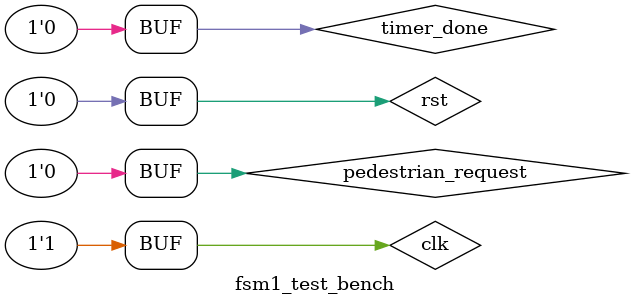
<source format=v>
module fsm1_test_bench();

reg clk, rst, timer_done, pedestrian_request;
wire main_green, side_green, warning;

fsm1 test_fsm(clk, rst, timer_done, pedestrian_request, main_green, side_green, warning);

initial begin
  timer_done = 0;
  pedestrian_request = 0;
end

initial begin
  #10 rst=1;
  #10 rst=0;
  #10
    clk=0;
    timer_done = 1;
    pedestrian_request = 1;
  #10  clk=1;
  #10
    clk=0;
    timer_done = 1;
    pedestrian_request = 0;
  #10  clk=1;
  #10
    clk=0;
    timer_done = 0;
    pedestrian_request = 1;
  #10  clk=1;
  #10
    clk=0;
    timer_done = 1;
    pedestrian_request = 0;
  #10  clk=1;
  #10
    clk=0;
    timer_done = 1;
    pedestrian_request = 0;
  #10  clk=1;
  
  #10 rst=1;
  #10 rst=0;
  #10
    clk=0;
    timer_done = 1;
    pedestrian_request = 1;
  #10  clk=1;
  #10
    clk=0;
    timer_done = 1;
    pedestrian_request = 0;
  #10  clk=1;
  #10
    clk=0;
    timer_done = 0;
    pedestrian_request = 1;
  #10  clk=1;
  #10
    clk=0;
    timer_done = 1;
    pedestrian_request = 0;
  #10  clk=1;
  #10
    clk=0;
    timer_done = 0;
    pedestrian_request = 0;
  #10  clk=1;
  
  #10 rst=1;
  #10 rst=0;
  #10
    clk=0;
    timer_done = 1;
    pedestrian_request = 1;
  #10  clk=1;
  #10
    clk=0;
    timer_done = 1;
    pedestrian_request = 0;
  #10  clk=1;
  #10
    clk=0;
    timer_done = 0;
    pedestrian_request = 1;
  #10  clk=1;
  #10
    clk=0;
    timer_done = 0;
    pedestrian_request = 0;
  #10  clk=1;
  
  #10 rst=1;
  #10 rst=0;
  #10
    clk=0;
    timer_done = 1;
    pedestrian_request = 1;
  #10  clk=1;
  #10
    clk=0;
    timer_done = 1;
    pedestrian_request = 0;
  #10  clk=1;
  #10
    clk=0;
    timer_done = 1;
    pedestrian_request = 0;
  #10  clk=1;
  
  #10 rst=1;
  #10 rst=0;
  #10
    clk=0;
    timer_done = 1;
    pedestrian_request = 1;
  #10  clk=1;
  #10
    clk=0;
    timer_done = 1;
    pedestrian_request = 0;
  #10  clk=1;
  #10
    clk=0;
    timer_done = 0;
    pedestrian_request = 0;
  #10  clk=1;
  
  #10 rst=1;
  #10 rst=0;
  #10
    clk=0;
    timer_done = 1;
    pedestrian_request = 1;
  #10  clk=1;
  #10
    clk=0;
    timer_done = 0;
    pedestrian_request = 0;
  #10  clk=1;
  
  #10 rst=1;
  #10 rst=0;
  #10
    clk=0;
    timer_done = 1;
    pedestrian_request = 0;
  #10  clk=1;
  
  #10 rst=1;
  #10 rst=0;
  #10
    clk=0;
    timer_done = 0;
    pedestrian_request = 0;
  #10  clk=1;
  
  
end

endmodule
</source>
